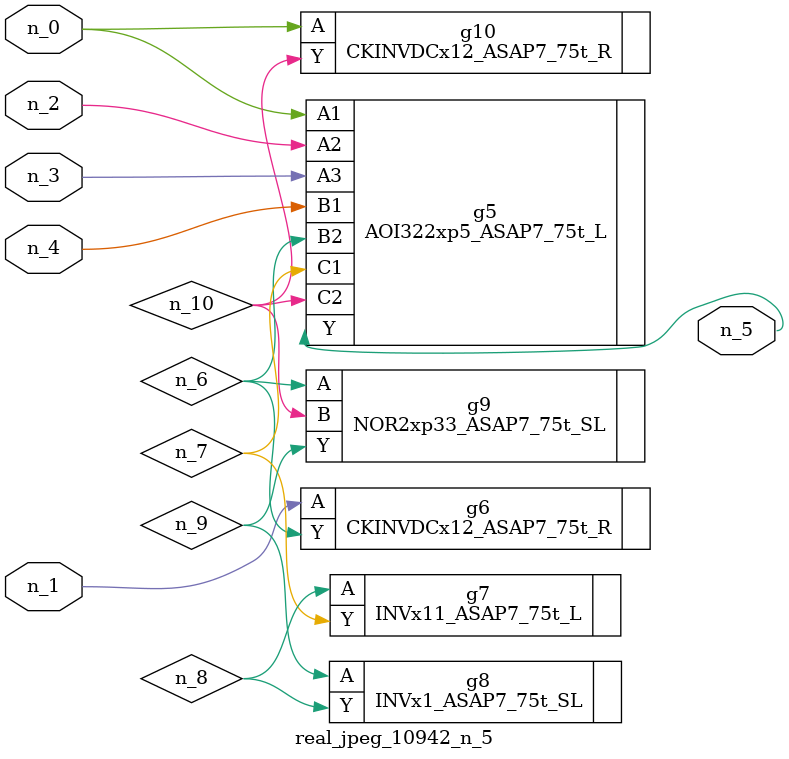
<source format=v>
module real_jpeg_10942_n_5 (n_4, n_0, n_1, n_2, n_3, n_5);

input n_4;
input n_0;
input n_1;
input n_2;
input n_3;

output n_5;

wire n_8;
wire n_6;
wire n_7;
wire n_10;
wire n_9;

AOI322xp5_ASAP7_75t_L g5 ( 
.A1(n_0),
.A2(n_2),
.A3(n_3),
.B1(n_4),
.B2(n_6),
.C1(n_7),
.C2(n_10),
.Y(n_5)
);

CKINVDCx12_ASAP7_75t_R g10 ( 
.A(n_0),
.Y(n_10)
);

CKINVDCx12_ASAP7_75t_R g6 ( 
.A(n_1),
.Y(n_6)
);

NOR2xp33_ASAP7_75t_SL g9 ( 
.A(n_6),
.B(n_10),
.Y(n_9)
);

INVx11_ASAP7_75t_L g7 ( 
.A(n_8),
.Y(n_7)
);

INVx1_ASAP7_75t_SL g8 ( 
.A(n_9),
.Y(n_8)
);


endmodule
</source>
